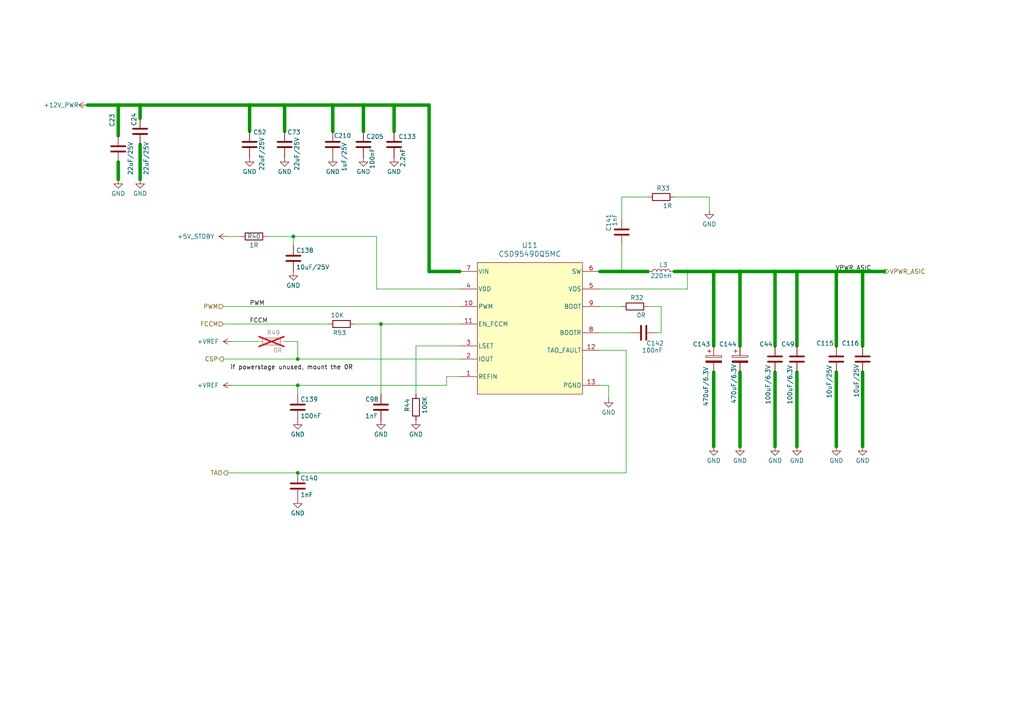
<source format=kicad_sch>
(kicad_sch (version 20231120) (generator "eeschema") (generator_version "8.0")
  (paper "A4")
  (lib_symbols
    (symbol "Device:C" (pin_numbers hide) (pin_names (offset 0.254))
      (property "Reference" "C" (at 0.635 2.54 0))
      (property "Value" "C" (at 0.635 -2.54 0))
      (symbol "C_0_1"
        (polyline (pts (xy -2.032 -0.762) (xy 2.032 -0.762)) (stroke (width 0.508)))
        (polyline (pts (xy -2.032 0.762) (xy 2.032 0.762)) (stroke (width 0.508)))
      )
      (symbol "C_1_1"
        (pin passive line (at 0 3.81 270) (length 2.794) (name "~") (number "1"))
        (pin passive line (at 0 -3.81 90) (length 2.794) (name "~") (number "2"))
      )
    )
    (symbol "Device:C_Polarized" (pin_numbers hide) (pin_names (offset 0.254))
      (property "Reference" "C" (at 0.635 2.54 0))
      (property "Value" "C_Polarized" (at 0.635 -2.54 0))
      (symbol "C_Polarized_0_1"
        (rectangle (start -2.286 0.508) (end 2.286 1.016))
        (polyline (pts (xy -1.778 2.286) (xy -0.762 2.286)))
        (polyline (pts (xy -1.27 2.794) (xy -1.27 1.778)))
        (rectangle (start 2.286 -0.508) (end -2.286 -1.016) (fill (type outline)))
      )
      (symbol "C_Polarized_1_1"
        (pin passive line (at 0 3.81 270) (length 2.794) (name "~") (number "1"))
        (pin passive line (at 0 -3.81 90) (length 2.794) (name "~") (number "2"))
      )
    )
    (symbol "Device:L" (pin_numbers hide) (pin_names (offset 1.016) hide)
      (property "Reference" "L" (at -1.27 0 90))
      (property "Value" "L" (at 1.905 0 90))
      (symbol "L_0_1"
        (arc (start 0 -2.54) (mid 0.6323 -1.905) (end 0 -1.27))
        (arc (start 0 -1.27) (mid 0.6323 -0.635) (end 0 0))
        (arc (start 0 0) (mid 0.6323 0.635) (end 0 1.27))
        (arc (start 0 1.27) (mid 0.6323 1.905) (end 0 2.54))
      )
      (symbol "L_1_1"
        (pin passive line (at 0 3.81 270) (length 1.27) (name "1") (number "1"))
        (pin passive line (at 0 -3.81 90) (length 1.27) (name "2") (number "2"))
      )
    )
    (symbol "Device:R" (pin_numbers hide) (pin_names (offset 0))
      (property "Reference" "R" (at 2.032 0 90))
      (property "Value" "R" (at 0 0 90))
      (symbol "R_0_1"
        (rectangle (start -1.016 -2.54) (end 1.016 2.54) (stroke (width 0.254)))
      )
      (symbol "R_1_1"
        (pin passive line (at 0 3.81 270) (length 1.27) (name "~") (number "1"))
        (pin passive line (at 0 -3.81 90) (length 1.27) (name "~") (number "2"))
      )
    )
    (symbol "EKO_Miner:CSD95490Q5MC" (pin_names (offset 0.254))
      (property "Reference" "U" (at -6.096 24.638 0))
      (property "Value" "CSD95490Q5MC" (at -6.096 22.098 0))
      (symbol "CSD95490Q5MC_0_1"
        (pin input line (at -20.32 -15.24 0) (length 5.08) (name "REFIN") (number "1"))
        (pin input line (at -20.32 5.08 0) (length 5.08) (name "PWM") (number "10"))
        (pin input line (at -20.32 0 0) (length 5.08) (name "EN_FCCM") (number "11"))
        (pin output line (at 20.32 -7.62 180) (length 5.08) (name "TAO_FAULT") (number "12"))
        (pin power_in line (at 20.32 -17.78 180) (length 5.08) (name "PGND") (number "13"))
        (pin output line (at -20.32 -10.16 0) (length 5.08) (name "IOUT") (number "2"))
        (pin input line (at -20.32 -6.35 0) (length 5.08) (name "LSET") (number "3"))
        (pin power_in line (at -20.32 10.16 0) (length 5.08) (name "VDD") (number "4"))
        (pin power_in line (at 20.32 10.16 180) (length 5.08) (name "VOS") (number "5"))
        (pin power_in line (at 20.32 15.24 180) (length 5.08) (name "SW") (number "6"))
        (pin power_in line (at -20.32 15.24 0) (length 5.08) (name "VIN") (number "7"))
        (pin unspecified line (at 20.32 -2.54 180) (length 5.08) (name "BOOTR") (number "8"))
        (pin unspecified line (at 20.32 5.08 180) (length 5.08) (name "BOOT") (number "9"))
      )
      (symbol "CSD95490Q5MC_1_1"
        (rectangle (start -15.24 17.78) (end 15.24 -20.32) (fill (type background)))
      )
    )
    (symbol "mylib7:+VRef" (power) (pin_names (offset 0))
      (property "Value" "+VRef" (at 0 3.556 0))
      (symbol "+VRef_0_1"
        (polyline (pts (xy -0.762 1.27) (xy 0 2.54)))
        (polyline (pts (xy 0 0) (xy 0 2.54)))
        (polyline (pts (xy 0 2.54) (xy 0.762 1.27)))
      )
      (symbol "+VRef_1_1"
        (pin power_in line (at 0 0 90) (length 0) hide (name "+VRef") (number "1"))
      )
    )
    (symbol "power:+3.3V" (power) (pin_names (offset 0))
      (property "Value" "+3.3V" (at 0 3.556 0))
      (symbol "+3.3V_0_1"
        (polyline (pts (xy -0.762 1.27) (xy 0 2.54)))
        (polyline (pts (xy 0 0) (xy 0 2.54)))
        (polyline (pts (xy 0 2.54) (xy 0.762 1.27)))
      )
      (symbol "+3.3V_1_1"
        (pin power_in line (at 0 0 90) (length 0) hide (name "+3.3V") (number "1"))
      )
    )
    (symbol "power:GND" (power) (pin_numbers hide) (pin_names (offset 0) hide)
      (property "Value" "GND" (at 0 -3.81 0))
      (symbol "GND_0_1"
        (polyline (pts (xy 0 0) (xy 0 -1.27) (xy 1.27 -1.27) (xy 0 -2.54) (xy -1.27 -1.27) (xy 0 -1.27)))
      )
      (symbol "GND_1_1"
        (pin power_in line (at 0 0 270) (length 0) (name "~") (number "1"))
      )
    )
  )
  (junction (at 72.39 30.48))
  (junction (at 105.41 30.48))
  (junction (at 96.52 30.48))
  (junction (at 250.19 78.74))
  (junction (at 110.49 93.98))
  (junction (at 86.36 137.16))
  (junction (at 86.36 111.76))
  (junction (at 86.36 104.14))
  (junction (at 34.29 30.48))
  (junction (at 224.79 78.74))
  (junction (at 40.64 30.48))
  (junction (at 231.14 78.74))
  (junction (at 199.39 78.74))
  (junction (at 242.57 78.74))
  (junction (at 114.3 30.48))
  (junction (at 85.09 68.58))
  (junction (at 214.63 78.74))
  (junction (at 180.34 78.74))
  (junction (at 207.01 78.74))
  (junction (at 82.55 30.48))
  (wire (pts (xy 34.29 30.48) (xy 34.29 39.37)) (stroke (width 1)))
  (wire (pts (xy 195.58 78.74) (xy 199.39 78.74)) (stroke (width 1)))
  (wire (pts (xy 231.14 107.95) (xy 231.14 129.54)) (stroke (width 1)))
  (wire (pts (xy 72.39 38.1) (xy 72.39 30.48)) (stroke (width 1)))
  (wire (pts (xy 207.01 78.74) (xy 214.63 78.74)) (stroke (width 1)))
  (wire (pts (xy 85.09 68.58) (xy 85.09 71.12)))
  (wire (pts (xy 242.57 107.95) (xy 242.57 129.54)) (stroke (width 1)))
  (wire (pts (xy 114.3 30.48) (xy 124.46 30.48)) (stroke (width 1)))
  (wire (pts (xy 173.99 111.76) (xy 176.53 111.76)))
  (wire (pts (xy 66.04 137.16) (xy 86.36 137.16)))
  (wire (pts (xy 96.52 30.48) (xy 105.41 30.48)))
  (wire (pts (xy 129.54 109.22) (xy 133.35 109.22)))
  (wire (pts (xy 231.14 78.74) (xy 231.14 100.33)) (stroke (width 1)))
  (wire (pts (xy 250.19 78.74) (xy 256.54 78.74)) (stroke (width 1)))
  (wire (pts (xy 180.34 71.12) (xy 180.34 78.74)))
  (wire (pts (xy 64.77 104.14) (xy 86.36 104.14)))
  (wire (pts (xy 82.55 99.06) (xy 86.36 99.06)))
  (wire (pts (xy 114.3 38.1) (xy 114.3 30.48)) (stroke (width 1)))
  (wire (pts (xy 109.22 83.82) (xy 133.35 83.82)))
  (wire (pts (xy 191.77 88.9) (xy 191.77 96.52)))
  (wire (pts (xy 207.01 107.95) (xy 207.01 129.54)) (stroke (width 1)))
  (wire (pts (xy 82.55 38.1) (xy 82.55 30.48)) (stroke (width 1)))
  (wire (pts (xy 109.22 68.58) (xy 109.22 83.82)))
  (wire (pts (xy 34.29 30.48) (xy 40.64 30.48)) (stroke (width 1)))
  (wire (pts (xy 67.31 99.06) (xy 74.93 99.06)))
  (wire (pts (xy 180.34 78.74) (xy 187.96 78.74)) (stroke (width 1)))
  (wire (pts (xy 66.04 68.58) (xy 69.85 68.58)))
  (wire (pts (xy 120.65 100.33) (xy 133.35 100.33)))
  (wire (pts (xy 190.5 96.52) (xy 191.77 96.52)))
  (wire (pts (xy 180.34 57.15) (xy 187.96 57.15)))
  (wire (pts (xy 40.64 30.48) (xy 40.64 34.29)) (stroke (width 1)))
  (wire (pts (xy 67.31 111.76) (xy 86.36 111.76)))
  (wire (pts (xy 181.61 101.6) (xy 181.61 137.16)))
  (wire (pts (xy 86.36 137.16) (xy 181.61 137.16)))
  (wire (pts (xy 102.87 93.98) (xy 110.49 93.98)))
  (wire (pts (xy 205.74 57.15) (xy 205.74 60.96)))
  (wire (pts (xy 64.77 93.98) (xy 95.25 93.98)))
  (wire (pts (xy 77.47 68.58) (xy 85.09 68.58)))
  (wire (pts (xy 224.79 78.74) (xy 224.79 100.33)) (stroke (width 1)))
  (wire (pts (xy 242.57 78.74) (xy 242.57 100.33)) (stroke (width 1)))
  (wire (pts (xy 86.36 99.06) (xy 86.36 104.14)))
  (wire (pts (xy 199.39 83.82) (xy 199.39 78.74)))
  (wire (pts (xy 110.49 93.98) (xy 133.35 93.98)))
  (wire (pts (xy 124.46 30.48) (xy 124.46 78.74)) (stroke (width 1)))
  (wire (pts (xy 224.79 107.95) (xy 224.79 129.54)) (stroke (width 1)))
  (wire (pts (xy 40.64 30.48) (xy 72.39 30.48)) (stroke (width 1)))
  (wire (pts (xy 34.29 46.99) (xy 34.29 52.07)) (stroke (width 1)))
  (wire (pts (xy 82.55 30.48) (xy 96.52 30.48)) (stroke (width 1)))
  (wire (pts (xy 199.39 78.74) (xy 207.01 78.74)) (stroke (width 1)))
  (wire (pts (xy 72.39 30.48) (xy 82.55 30.48)) (stroke (width 1)))
  (wire (pts (xy 96.52 30.48) (xy 105.41 30.48)) (stroke (width 1)))
  (wire (pts (xy 173.99 96.52) (xy 182.88 96.52)))
  (wire (pts (xy 72.39 30.48) (xy 74.93 30.48)))
  (wire (pts (xy 110.49 93.98) (xy 110.49 114.3)))
  (wire (pts (xy 86.36 111.76) (xy 129.54 111.76)))
  (wire (pts (xy 250.19 78.74) (xy 250.19 100.33)) (stroke (width 1)))
  (wire (pts (xy 64.77 88.9) (xy 133.35 88.9)))
  (wire (pts (xy 195.58 57.15) (xy 205.74 57.15)))
  (wire (pts (xy 250.19 107.95) (xy 250.19 129.54)) (stroke (width 1)))
  (wire (pts (xy 224.79 78.74) (xy 231.14 78.74)) (stroke (width 1)))
  (wire (pts (xy 25.4 30.48) (xy 34.29 30.48)) (stroke (width 1)))
  (wire (pts (xy 173.99 101.6) (xy 181.61 101.6)))
  (wire (pts (xy 86.36 104.14) (xy 133.35 104.14)))
  (wire (pts (xy 105.41 30.48) (xy 114.3 30.48)) (stroke (width 1)))
  (wire (pts (xy 176.53 111.76) (xy 176.53 115.57)))
  (wire (pts (xy 214.63 78.74) (xy 224.79 78.74)) (stroke (width 1)))
  (wire (pts (xy 105.41 38.1) (xy 105.41 30.48)) (stroke (width 1)))
  (wire (pts (xy 180.34 63.5) (xy 180.34 57.15)))
  (wire (pts (xy 124.46 78.74) (xy 133.35 78.74)) (stroke (width 1)))
  (wire (pts (xy 173.99 78.74) (xy 180.34 78.74)) (stroke (width 1)))
  (wire (pts (xy 173.99 88.9) (xy 180.34 88.9)))
  (wire (pts (xy 231.14 78.74) (xy 242.57 78.74)) (stroke (width 1)))
  (wire (pts (xy 242.57 78.74) (xy 250.19 78.74)) (stroke (width 1)))
  (wire (pts (xy 214.63 107.95) (xy 214.63 129.54)) (stroke (width 1)))
  (wire (pts (xy 86.36 111.76) (xy 86.36 114.3)))
  (wire (pts (xy 187.96 88.9) (xy 191.77 88.9)))
  (wire (pts (xy 173.99 83.82) (xy 199.39 83.82)))
  (wire (pts (xy 96.52 38.1) (xy 96.52 30.48)) (stroke (width 1)))
  (wire (pts (xy 120.65 114.3) (xy 120.65 100.33)))
  (wire (pts (xy 40.64 41.91) (xy 40.64 52.07)) (stroke (width 1)))
  (wire (pts (xy 129.54 111.76) (xy 129.54 109.22)))
  (wire (pts (xy 207.01 78.74) (xy 207.01 100.33)) (stroke (width 1)))
  (wire (pts (xy 85.09 68.58) (xy 109.22 68.58)))
  (wire (pts (xy 214.63 78.74) (xy 214.63 100.33)) (stroke (width 1)))
  (wire (pts (xy 85.09 30.48) (xy 82.55 30.48)))
  (text "if powerstage unused, mount the 0R" (at 84.582 106.68 0) (effects (font (size 1.27 1.27))))
  (label "PWM" (at 72.39 88.9 0))
  (label "FCCM" (at 72.39 93.98 0))
  (label "VPWR_ASIC" (at 252.73 78.74 180))
  (hierarchical_label "CSP" (shape output) (at 64.77 104.14 180))
  (hierarchical_label "VPWR_ASIC" (shape output) (at 256.54 78.74 0))
  (hierarchical_label "TAO" (shape output) (at 66.04 137.16 180))
  (hierarchical_label "FCCM" (shape input) (at 64.77 93.98 180))
  (hierarchical_label "PWM" (shape input) (at 64.77 88.9 180))
  (symbol (lib_id "power:GND") (at 214.63 129.54 0) (unit 1)
    (property "Reference" "#PWR0176" (effects (hide yes)))
    (property "Value" "GND" (at 214.63 133.604 0))
    (property "Description" "Power symbol creates a global label with name \"GND\" , ground" (effects (hide yes)))
    (instances (project "EKO_Miner_BM1366-13xx_16-01B" (path "" (reference "#PWR0176") (unit 1)) (path "" (reference "#PWR0193") (unit 1)) (path "" (reference "#PWR0142") (unit 1)) (path "" (reference "#PWR0210") (unit 1)) (path "" (reference "#PWR0159") (unit 1))))
  )
  (symbol (lib_id "power:GND") (at 82.55 45.72 0) (unit 1)
    (property "Reference" "#PWR0229" (effects (hide yes)))
    (property "Value" "GND" (at 82.55 49.784 0))
    (property "Description" "Power symbol creates a global label with name \"GND\" , ground" (effects (hide yes)))
    (instances (project "EKO_Miner_PowerBoard-53667" (path "" (reference "#PWR0229") (unit 1)) (path "" (reference "#PWR0230") (unit 1)) (path "" (reference "#PWR0227") (unit 1)) (path "" (reference "#PWR0231") (unit 1)) (path "" (reference "#PWR0228") (unit 1))))
  )
  (symbol (lib_id "Device:C") (at 224.79 104.14 0) (unit 1)
    (property "Reference" "C37" (at 220.218 99.822 0) (effects (justify left)))
    (property "Value" "100uF/6.3V" (at 222.758 117.348 90) (effects (justify left)))
    (property "Footprint" "Capacitor_SMD:C_1206_3216Metric" (effects (hide yes)))
    (property "Description" "MLCC - CMS 963-MSASA31LAB5107MT RPLCMT PN 4V 100uF X5R 1206 20%" (effects (hide yes)))
    (property "P/N MOUSER" "187-CL31A107MQHNNWE" (effects (hide yes)))
    (instances (project "EKO_Miner_PowerBoard-53667" (path "" (reference "C44") (unit 1)) (path "" (reference "C45") (unit 1)) (path "" (reference "C37") (unit 1)) (path "" (reference "C46") (unit 1)) (path "" (reference "C43") (unit 1))))
  )
  (symbol (lib_id "power:GND") (at 34.29 52.07 0) (unit 1)
    (property "Reference" "#PWR0212" (effects (hide yes)))
    (property "Value" "GND" (at 34.29 56.134 0))
    (property "Description" "Power symbol creates a global label with name \"GND\" , ground" (effects (hide yes)))
    (instances (project "EKO_Miner_PowerBoard-53667" (path "" (reference "#PWR0212") (unit 1)) (path "" (reference "#PWR0213") (unit 1)) (path "" (reference "#PWR0203") (unit 1)) (path "" (reference "#PWR0214") (unit 1)) (path "" (reference "#PWR0211") (unit 1))))
  )
  (symbol (lib_id "Device:C") (at 72.39 41.91 0) (unit 1)
    (property "Reference" "C52" (at 73.406 38.354 0) (effects (justify left)))
    (property "Value" "22uF/25V" (at 75.946 49.53 90) (effects (justify left)))
    (property "Footprint" "Capacitor_SMD:C_1210_3225Metric" (effects (hide yes)))
    (property "DK" "GRM32ER61E226KE15L" (effects (hide yes)))
    (property "P/N MOUSER" "81-GRM32ER61E226KE15" (effects (hide yes)))
    (instances (project "EKO_Miner_PowerBoard-53667" (path "" (reference "C52") (unit 1)) (path "" (reference "C54") (unit 1)) (path "" (reference "C1") (unit 1)) (path "" (reference "C57") (unit 1)) (path "" (reference "C2") (unit 1))))
  )
  (symbol (lib_id "Device:R") (at 73.66 68.58 90) (mirror x) (unit 1)
    (property "Reference" "R40" (at 73.66 68.58 90))
    (property "Value" "1R" (at 73.66 71.12 90))
    (property "Footprint" "Resistor_SMD:R_0805_2012Metric" (effects (hide yes)))
    (property "Description" "Resistor" (effects (hide yes)))
    (property "P/N MOUSER" "791-WR08W1R00FTL" (effects (hide yes)))
    (instances (project "EKO_Miner_PowerBoard-53667" (path "" (reference "R40") (unit 1)) (path "" (reference "R41") (unit 1)) (path "" (reference "R38") (unit 1)) (path "" (reference "R42") (unit 1)) (path "" (reference "R39") (unit 1))))
  )
  (symbol (lib_id "power:GND") (at 72.39 45.72 0) (unit 1)
    (property "Reference" "#PWR0234" (effects (hide yes)))
    (property "Value" "GND" (at 72.39 49.784 0))
    (property "Description" "Power symbol creates a global label with name \"GND\" , ground" (effects (hide yes)))
    (instances (project "EKO_Miner_PowerBoard-53667" (path "" (reference "#PWR0234") (unit 1)) (path "" (reference "#PWR0235") (unit 1)) (path "" (reference "#PWR0232") (unit 1)) (path "" (reference "#PWR0236") (unit 1)) (path "" (reference "#PWR0233") (unit 1))))
  )
  (symbol (lib_id "power:GND") (at 40.64 52.07 0) (unit 1)
    (property "Reference" "#PWR0200" (effects (hide yes)))
    (property "Value" "GND" (at 40.64 56.134 0))
    (property "Description" "Power symbol creates a global label with name \"GND\" , ground" (effects (hide yes)))
    (instances (project "EKO_Miner_PowerBoard-53667" (path "" (reference "#PWR0200") (unit 1)) (path "" (reference "#PWR0201") (unit 1)) (path "" (reference "#PWR0198") (unit 1)) (path "" (reference "#PWR0202") (unit 1)) (path "" (reference "#PWR0199") (unit 1))))
  )
  (symbol (lib_id "Device:C") (at 82.55 41.91 0) (unit 1)
    (property "Reference" "C73" (at 83.312 38.354 0) (effects (justify left)))
    (property "Value" "22uF/25V" (at 86.106 49.53 90) (effects (justify left)))
    (property "Footprint" "Capacitor_SMD:C_1210_3225Metric" (effects (hide yes)))
    (property "DK" "GRM32ER61E226KE15L" (effects (hide yes)))
    (property "P/N MOUSER" "81-GRM32ER61E226KE15" (effects (hide yes)))
    (instances (project "EKO_Miner_PowerBoard-53667" (path "" (reference "C73") (unit 1)) (path "" (reference "C191") (unit 1)) (path "" (reference "C59") (unit 1)) (path "" (reference "C192") (unit 1)) (path "" (reference "C66") (unit 1))))
  )
  (symbol (lib_id "Device:C") (at 231.14 104.14 0) (unit 1)
    (property "Reference" "C47" (at 226.568 99.822 0) (effects (justify left)))
    (property "Value" "100uF/6.3V" (at 229.108 117.348 90) (effects (justify left)))
    (property "Footprint" "Capacitor_SMD:C_1206_3216Metric" (effects (hide yes)))
    (property "Description" "MLCC - CMS 963-MSASA31LAB5107MT RPLCMT PN 4V 100uF X5R 1206 20%" (effects (hide yes)))
    (property "P/N MOUSER" "187-CL31A107MQHNNWE" (effects (hide yes)))
    (instances (project "EKO_Miner_PowerBoard-53667" (path "" (reference "C49") (unit 1)) (path "" (reference "C51") (unit 1)) (path "" (reference "C47") (unit 1)) (path "" (reference "C78") (unit 1)) (path "" (reference "C48") (unit 1))))
  )
  (symbol (lib_id "Device:R") (at 99.06 93.98 90) (unit 1)
    (property "Reference" "R53" (at 96.52 96.52 90) (effects (justify right)))
    (property "Value" "10K" (at 95.885 91.44 90) (effects (justify right)))
    (property "Footprint" "Resistor_SMD:R_0805_2012Metric" (effects (hide yes)))
    (property "Description" "Resistor" (effects (hide yes)))
    (property "Distributor" "D" (effects (hide yes)))
    (instances (project "EKO_Miner_PowerBoard-53667" (path "" (reference "R53") (unit 1)) (path "" (reference "R54") (unit 1)) (path "" (reference "R18") (unit 1)) (path "" (reference "R55") (unit 1)) (path "" (reference "R52") (unit 1))))
  )
  (symbol (lib_id "mylib7:+VRef") (at 67.31 111.76 90) (unit 1)
    (property "Reference" "#PWR0262" (effects (hide yes)))
    (property "Value" "+VREF" (at 63.5 111.7599 90) (effects (justify left)))
    (property "Description" "Power symbol creates a global label with name \"+3.3V\"" (effects (hide yes)))
    (instances (project "EKO_Miner_PowerBoard-53667" (path "" (reference "#PWR0262") (unit 1)) (path "" (reference "#PWR0263") (unit 1)) (path "" (reference "#PWR0260") (unit 1)) (path "" (reference "#PWR0264") (unit 1)) (path "" (reference "#PWR0261") (unit 1))))
  )
  (symbol (lib_id "Device:C_Polarized") (at 214.63 104.14 0) (unit 1)
    (property "Reference" "C144" (at 208.534 99.822 0) (effects (justify left)))
    (property "Value" "470uF/6.3V" (at 212.852 117.094 90) (effects (justify left)))
    (property "Footprint" "Capacitor_Tantalum_SMD:CP_EIA-7343-31_Kemet-D_Pad2.25x2.55mm_HandSolder" (effects (hide yes)))
    (property "DK" "718-1028-1-ND" (effects (hide yes)))
    (property "PARTNO" "293D337X9010E2TE3" (effects (hide yes)))
    (property "P/N MOUSER" "581-TAJD477M006R" (effects (hide yes)))
    (instances (project "EKO_Miner_BM1366-13xx_16-01B" (path "" (reference "C144") (unit 1)) (path "" (reference "C161") (unit 1)) (path "" (reference "C110") (unit 1)) (path "" (reference "C178") (unit 1)) (path "" (reference "C127") (unit 1))))
  )
  (symbol (lib_id "power:GND") (at 86.36 144.78 0) (unit 1)
    (property "Reference" "#PWR0172" (effects (hide yes)))
    (property "Value" "GND" (at 86.36 148.844 0))
    (property "Description" "Power symbol creates a global label with name \"GND\" , ground" (effects (hide yes)))
    (instances (project "EKO_Miner_BM1366-13xx_16-01B" (path "" (reference "#PWR0172") (unit 1)) (path "" (reference "#PWR0189") (unit 1)) (path "" (reference "#PWR0138") (unit 1)) (path "" (reference "#PWR0206") (unit 1)) (path "" (reference "#PWR0155") (unit 1))))
  )
  (symbol (lib_id "power:GND") (at 207.01 129.54 0) (unit 1)
    (property "Reference" "#PWR0175" (effects (hide yes)))
    (property "Value" "GND" (at 207.01 133.604 0))
    (property "Description" "Power symbol creates a global label with name \"GND\" , ground" (effects (hide yes)))
    (instances (project "EKO_Miner_BM1366-13xx_16-01B" (path "" (reference "#PWR0175") (unit 1)) (path "" (reference "#PWR0192") (unit 1)) (path "" (reference "#PWR0141") (unit 1)) (path "" (reference "#PWR0209") (unit 1)) (path "" (reference "#PWR0158") (unit 1))))
  )
  (symbol (lib_id "power:GND") (at 110.49 121.92 0) (unit 1)
    (property "Reference" "#PWR0160" (effects (hide yes)))
    (property "Value" "GND" (at 110.49 125.984 0))
    (property "Description" "Power symbol creates a global label with name \"GND\" , ground" (effects (hide yes)))
    (instances (project "EKO_Miner_PowerBoard-53667" (path "" (reference "#PWR0160") (unit 1)) (path "" (reference "#PWR0161") (unit 1)) (path "" (reference "#PWR0151") (unit 1)) (path "" (reference "#PWR0162") (unit 1)) (path "" (reference "#PWR0152") (unit 1))))
  )
  (symbol (lib_id "Device:C") (at 40.64 38.1 0) (unit 1)
    (property "Reference" "C24" (at 38.862 36.576 90) (effects (justify left)))
    (property "Value" "22uF/25V" (at 42.418 50.8 90) (effects (justify left)))
    (property "Footprint" "Capacitor_SMD:C_1210_3225Metric" (effects (hide yes)))
    (property "DK" "GRM32ER61E226KE15L" (effects (hide yes)))
    (property "P/N MOUSER" "81-GRM32ER61E226KE15" (effects (hide yes)))
    (instances (project "EKO_Miner_PowerBoard-53667" (path "" (reference "C24") (unit 1)) (path "" (reference "C29") (unit 1)) (path "" (reference "C26") (unit 1)) (path "" (reference "C35") (unit 1)) (path "" (reference "C15") (unit 1))))
  )
  (symbol (lib_id "power:GND") (at 231.14 129.54 0) (unit 1)
    (property "Reference" "#PWR0143" (effects (hide yes)))
    (property "Value" "GND" (at 231.14 133.604 0))
    (property "Description" "Power symbol creates a global label with name \"GND\" , ground" (effects (hide yes)))
    (instances (project "EKO_Miner_PowerBoard-53667" (path "" (reference "#PWR0145") (unit 1)) (path "" (reference "#PWR0215") (unit 1)) (path "" (reference "#PWR0143") (unit 1)) (path "" (reference "#PWR0216") (unit 1)) (path "" (reference "#PWR0144") (unit 1))))
  )
  (symbol (lib_id "power:GND") (at 85.09 78.74 0) (unit 1)
    (property "Reference" "#PWR0170" (effects (hide yes)))
    (property "Value" "GND" (at 85.09 82.804 0))
    (property "Description" "Power symbol creates a global label with name \"GND\" , ground" (effects (hide yes)))
    (instances (project "EKO_Miner_BM1366-13xx_16-01B" (path "" (reference "#PWR0170") (unit 1)) (path "" (reference "#PWR0187") (unit 1)) (path "" (reference "#PWR0136") (unit 1)) (path "" (reference "#PWR0204") (unit 1)) (path "" (reference "#PWR0153") (unit 1))))
  )
  (symbol (lib_id "Device:C") (at 86.36 140.97 0) (unit 1)
    (property "Reference" "C140" (at 87.122 138.684 0) (effects (justify left)))
    (property "Value" "1nF" (at 87.122 143.51 0) (effects (justify left)))
    (property "Footprint" "Capacitor_SMD:C_0805_2012Metric" (effects (hide yes)))
    (property "P/N MOUSER" "603-CC805KRX7R0BB102" (effects (hide yes)))
    (instances (project "EKO_Miner_BM1366-13xx_16-01B" (path "" (reference "C140") (unit 1)) (path "" (reference "C157") (unit 1)) (path "" (reference "C106") (unit 1)) (path "" (reference "C174") (unit 1)) (path "" (reference "C123") (unit 1))))
  )
  (symbol (lib_id "Device:C") (at 186.69 96.52 270) (unit 1)
    (property "Reference" "C142" (at 187.452 99.568 90) (effects (justify left)))
    (property "Value" "100nF" (at 186.182 101.6 90) (effects (justify left)))
    (property "Footprint" "Capacitor_SMD:C_0805_2012Metric" (effects (hide yes)))
    (property "P/N MOUSER" "791-SH21B104K101CT" (effects (hide yes)))
    (instances (project "EKO_Miner_BM1366-13xx_16-01B" (path "" (reference "C142") (unit 1)) (path "" (reference "C159") (unit 1)) (path "" (reference "C108") (unit 1)) (path "" (reference "C176") (unit 1)) (path "" (reference "C125") (unit 1))))
  )
  (symbol (lib_id "Device:R") (at 191.77 57.15 270) (unit 1)
    (property "Reference" "R33" (at 194.31 54.61 90) (effects (justify right)))
    (property "Value" "1R" (at 194.945 59.69 90) (effects (justify right)))
    (property "Footprint" "Resistor_SMD:R_0805_2012Metric" (effects (hide yes)))
    (property "Description" "Resistor" (effects (hide yes)))
    (property "Distributor" "D" (effects (hide yes)))
    (property "P/N MOUSER" "791-WR08W1R00FTL" (effects (hide yes)))
    (instances (project "EKO_Miner_PowerBoard-53667" (path "" (reference "R33") (unit 1)) (path "" (reference "R35") (unit 1)) (path "" (reference "R29") (unit 1)) (path "" (reference "R37") (unit 1)) (path "" (reference "R31") (unit 1))))
  )
  (symbol (lib_id "Device:R") (at 184.15 88.9 270) (unit 1)
    (property "Reference" "R32" (at 186.69 86.36 90) (effects (justify right)))
    (property "Value" "0R" (at 187.325 91.44 90) (effects (justify right)))
    (property "Footprint" "Resistor_SMD:R_0805_2012Metric" (effects (hide yes)))
    (property "Description" "Resistor" (effects (hide yes)))
    (property "Distributor" "D" (effects (hide yes)))
    (property "P/N MOUSER" "71-CRCW08050000Z0ECC" (effects (hide yes)))
    (instances (project "EKO_Miner_PowerBoard-53667" (path "" (reference "R32") (unit 1)) (path "" (reference "R34") (unit 1)) (path "" (reference "R28") (unit 1)) (path "" (reference "R36") (unit 1)) (path "" (reference "R30") (unit 1))))
  )
  (symbol (lib_id "power:+3.3V") (at 25.4 30.48 90) (unit 1)
    (property "Reference" "#PWR0250" (effects (hide yes)))
    (property "Value" "+12V_PWR" (at 22.86 30.48 90) (effects (justify left)))
    (instances (project "EKO_Miner_PowerBoard-53667" (path "" (reference "#PWR0250") (unit 1)) (path "" (reference "#PWR0251") (unit 1)) (path "" (reference "#PWR0248") (unit 1)) (path "" (reference "#PWR0252") (unit 1)) (path "" (reference "#PWR0249") (unit 1))))
  )
  (symbol (lib_id "power:GND") (at 205.74 60.96 0) (unit 1)
    (property "Reference" "#PWR0174" (effects (hide yes)))
    (property "Value" "GND" (at 205.74 65.024 0))
    (property "Description" "Power symbol creates a global label with name \"GND\" , ground" (effects (hide yes)))
    (instances (project "EKO_Miner_PowerBoard-53667" (path "" (reference "#PWR0174") (unit 1)) (path "" (reference "#PWR0191") (unit 1)) (path "" (reference "#PWR0140") (unit 1)) (path "" (reference "#PWR0208") (unit 1)) (path "" (reference "#PWR0157") (unit 1))))
  )
  (symbol (lib_id "power:+3.3V") (at 66.04 68.58 90) (unit 1)
    (property "Reference" "#PWR0257" (effects (hide yes)))
    (property "Value" "+5V_STDBY" (at 62.23 68.5799 90) (effects (justify left)))
    (instances (project "EKO_Miner_PowerBoard-53667" (path "" (reference "#PWR0257") (unit 1)) (path "" (reference "#PWR0258") (unit 1)) (path "" (reference "#PWR0255") (unit 1)) (path "" (reference "#PWR0259") (unit 1)) (path "" (reference "#PWR0256") (unit 1))))
  )
  (symbol (lib_id "Device:C") (at 105.41 41.91 0) (unit 1)
    (property "Reference" "C205" (at 106.172 39.624 0) (effects (justify left)))
    (property "Value" "100nF" (at 107.95 49.022 90) (effects (justify left)))
    (property "Footprint" "Capacitor_SMD:C_0805_2012Metric" (effects (hide yes)))
    (property "P/N MOUSER" "791-SH21B104K101CT" (effects (hide yes)))
    (instances (project "EKO_Miner_PowerBoard-53667" (path "" (reference "C205") (unit 1)) (path "" (reference "C206") (unit 1)) (path "" (reference "C203") (unit 1)) (path "" (reference "C207") (unit 1)) (path "" (reference "C204") (unit 1))))
  )
  (symbol (lib_id "Device:C_Polarized") (at 207.01 104.14 0) (unit 1)
    (property "Reference" "C143" (at 200.914 99.822 0) (effects (justify left)))
    (property "Value" "470uF/6.3V" (at 204.724 117.856 90) (effects (justify left)))
    (property "Footprint" "Capacitor_Tantalum_SMD:CP_EIA-7343-31_Kemet-D_Pad2.25x2.55mm_HandSolder" (effects (hide yes)))
    (property "DK" "718-1028-1-ND" (effects (hide yes)))
    (property "PARTNO" "293D337X9010E2TE3" (effects (hide yes)))
    (property "P/N MOUSER" "581-TAJD477M006R" (effects (hide yes)))
    (instances (project "EKO_Miner_BM1366-13xx_16-01B" (path "" (reference "C143") (unit 1)) (path "" (reference "C160") (unit 1)) (path "" (reference "C109") (unit 1)) (path "" (reference "C177") (unit 1)) (path "" (reference "C126") (unit 1))))
  )
  (symbol (lib_id "Device:C") (at 85.09 74.93 0) (unit 1)
    (property "Reference" "C138" (at 85.852 72.644 0) (effects (justify left)))
    (property "Value" "10uF/25V" (at 85.852 77.47 0) (effects (justify left)))
    (property "Footprint" "Capacitor_SMD:C_0805_2012Metric" (effects (hide yes)))
    (property "P/N MOUSER" "963-TMK212BBJ106MG-T" (effects (hide yes)))
    (instances (project "EKO_Miner_BM1366-13xx_16-01B" (path "" (reference "C138") (unit 1)) (path "" (reference "C155") (unit 1)) (path "" (reference "C104") (unit 1)) (path "" (reference "C172") (unit 1)) (path "" (reference "C121") (unit 1))))
  )
  (symbol (lib_id "Device:C") (at 180.34 67.31 0) (mirror x) (unit 1)
    (property "Reference" "C141" (at 176.53 61.976 90) (effects (justify left)))
    (property "Value" "1nF" (at 178.308 61.976 90) (effects (justify left)))
    (property "Footprint" "Capacitor_SMD:C_0805_2012Metric" (effects (hide yes)))
    (property "P/N MOUSER" "603-CC805KRX7R0BB102" (effects (hide yes)))
    (instances (project "EKO_Miner_PowerBoard-53667" (path "" (reference "C141") (unit 1)) (path "" (reference "C158") (unit 1)) (path "" (reference "C107") (unit 1)) (path "" (reference "C175") (unit 1)) (path "" (reference "C124") (unit 1))))
  )
  (symbol (lib_id "Device:C") (at 242.57 104.14 0) (unit 1)
    (property "Reference" "C115" (at 236.728 99.568 0) (effects (justify left)))
    (property "Value" "10uF/25V" (at 240.538 115.57 90) (effects (justify left)))
    (property "Footprint" "Capacitor_SMD:C_0805_2012Metric" (effects (hide yes)))
    (property "P/N MOUSER" "963-TMK212BBJ106MG-T" (effects (hide yes)))
    (instances (project "EKO_Miner_PowerBoard-53667" (path "" (reference "C115") (unit 1)) (path "" (reference "C117") (unit 1)) (path "" (reference "C111") (unit 1)) (path "" (reference "C119") (unit 1)) (path "" (reference "C113") (unit 1))))
  )
  (symbol (lib_id "Device:C") (at 86.36 118.11 0) (unit 1)
    (property "Reference" "C139" (at 87.122 115.824 0) (effects (justify left)))
    (property "Value" "100nF" (at 87.122 120.65 0) (effects (justify left)))
    (property "Footprint" "Capacitor_SMD:C_0805_2012Metric" (effects (hide yes)))
    (property "P/N MOUSER" "791-SH21B104K101CT" (effects (hide yes)))
    (instances (project "EKO_Miner_BM1366-13xx_16-01B" (path "" (reference "C139") (unit 1)) (path "" (reference "C156") (unit 1)) (path "" (reference "C105") (unit 1)) (path "" (reference "C173") (unit 1)) (path "" (reference "C122") (unit 1))))
  )
  (symbol (lib_id "power:GND") (at 86.36 121.92 0) (unit 1)
    (property "Reference" "#PWR0171" (effects (hide yes)))
    (property "Value" "GND" (at 86.36 125.984 0))
    (property "Description" "Power symbol creates a global label with name \"GND\" , ground" (effects (hide yes)))
    (instances (project "EKO_Miner_BM1366-13xx_16-01B" (path "" (reference "#PWR0171") (unit 1)) (path "" (reference "#PWR0188") (unit 1)) (path "" (reference "#PWR0137") (unit 1)) (path "" (reference "#PWR0205") (unit 1)) (path "" (reference "#PWR0154") (unit 1))))
  )
  (symbol (lib_id "Device:C") (at 96.52 41.91 0) (unit 1)
    (property "Reference" "C210" (at 96.774 39.37 0) (effects (justify left)))
    (property "Value" "1uF/25V" (at 99.822 49.784 90) (effects (justify left)))
    (property "Footprint" "Capacitor_SMD:C_0805_2012Metric" (effects (hide yes)))
    (property "Description" "MLCC - CMS 25V 1uF X5R 0805 10 %" (effects (hide yes)))
    (property "PARTNO" "963-TMK212BJ105KG-T" (effects (hide yes)))
    (property "P/N MOUSER" "187-CL21B105KAFNNNE" (effects (hide yes)))
    (instances (project "EKO_Miner_PowerBoard-53667" (path "" (reference "C210") (unit 1)) (path "" (reference "C211") (unit 1)) (path "" (reference "C208") (unit 1)) (path "" (reference "C212") (unit 1)) (path "" (reference "C209") (unit 1))))
  )
  (symbol (lib_id "Device:R") (at 120.65 118.11 0) (unit 1)
    (property "Reference" "R44" (at 118.11 115.57 90) (effects (justify right)))
    (property "Value" "100K" (at 123.19 114.935 90) (effects (justify right)))
    (property "Footprint" "Resistor_SMD:R_0805_2012Metric" (effects (hide yes)))
    (property "Description" "Resistor" (effects (hide yes)))
    (property "Distributor" "D" (effects (hide yes)))
    (property "P/N MOUSER" "279-CRG0805F100K " (effects (hide yes)))
    (instances (project "EKO_Miner_PowerBoard-53667" (path "" (reference "R44") (unit 1)) (path "" (reference "R45") (unit 1)) (path "" (reference "R13") (unit 1)) (path "" (reference "R46") (unit 1)) (path "" (reference "R43") (unit 1))))
  )
  (symbol (lib_id "Device:C") (at 110.49 118.11 0) (mirror x) (unit 1)
    (property "Reference" "C98" (at 105.918 115.824 0) (effects (justify left)))
    (property "Value" "1nF" (at 105.918 120.65 0) (effects (justify left)))
    (property "Footprint" "Capacitor_SMD:C_0805_2012Metric" (effects (hide yes)))
    (property "P/N MOUSER" "603-CC805KRX7R0BB102" (effects (hide yes)))
    (instances (project "EKO_Miner_PowerBoard-53667" (path "" (reference "C98") (unit 1)) (path "" (reference "C100") (unit 1)) (path "" (reference "C95") (unit 1)) (path "" (reference "C102") (unit 1)) (path "" (reference "C97") (unit 1))))
  )
  (symbol (lib_id "Device:C") (at 250.19 104.14 0) (unit 1)
    (property "Reference" "C116" (at 244.094 99.568 0) (effects (justify left)))
    (property "Value" "10uF/25V" (at 248.412 115.316 90) (effects (justify left)))
    (property "Footprint" "Capacitor_SMD:C_0805_2012Metric" (effects (hide yes)))
    (property "P/N MOUSER" "963-TMK212BBJ106MG-T" (effects (hide yes)))
    (instances (project "EKO_Miner_PowerBoard-53667" (path "" (reference "C116") (unit 1)) (path "" (reference "C118") (unit 1)) (path "" (reference "C112") (unit 1)) (path "" (reference "C120") (unit 1)) (path "" (reference "C114") (unit 1))))
  )
  (symbol (lib_id "power:GND") (at 242.57 129.54 0) (unit 1)
    (property "Reference" "#PWR0179" (effects (hide yes)))
    (property "Value" "GND" (at 242.57 133.604 0))
    (property "Description" "Power symbol creates a global label with name \"GND\" , ground" (effects (hide yes)))
    (instances (project "EKO_Miner_PowerBoard-53667" (path "" (reference "#PWR0179") (unit 1)) (path "" (reference "#PWR0181") (unit 1)) (path "" (reference "#PWR0168") (unit 1)) (path "" (reference "#PWR0183") (unit 1)) (path "" (reference "#PWR0177") (unit 1))))
  )
  (symbol (lib_id "power:GND") (at 224.79 129.54 0) (unit 1)
    (property "Reference" "#PWR069" (effects (hide yes)))
    (property "Value" "GND" (at 224.79 133.604 0))
    (property "Description" "Power symbol creates a global label with name \"GND\" , ground" (effects (hide yes)))
    (instances (project "EKO_Miner_PowerBoard-53667" (path "" (reference "#PWR090") (unit 1)) (path "" (reference "#PWR091") (unit 1)) (path "" (reference "#PWR069") (unit 1)) (path "" (reference "#PWR0121") (unit 1)) (path "" (reference "#PWR084") (unit 1))))
  )
  (symbol (lib_id "mylib7:+VRef") (at 67.31 99.06 90) (unit 1)
    (property "Reference" "#PWR0165" (effects (hide yes)))
    (property "Value" "+VREF" (at 63.5 99.0599 90) (effects (justify left)))
    (property "Description" "Power symbol creates a global label with name \"+3.3V\"" (effects (hide yes)))
    (instances (project "EKO_Miner_PowerBoard-53667" (path "" (reference "#PWR0165") (unit 1)) (path "" (reference "#PWR0166") (unit 1)) (path "" (reference "#PWR0163") (unit 1)) (path "" (reference "#PWR0167") (unit 1)) (path "" (reference "#PWR0164") (unit 1))))
  )
  (symbol (lib_id "power:GND") (at 176.53 115.57 0) (unit 1)
    (property "Reference" "#PWR0173" (effects (hide yes)))
    (property "Value" "GND" (at 176.53 119.634 0))
    (property "Description" "Power symbol creates a global label with name \"GND\" , ground" (effects (hide yes)))
    (instances (project "EKO_Miner_BM1366-13xx_16-01B" (path "" (reference "#PWR0173") (unit 1)) (path "" (reference "#PWR0190") (unit 1)) (path "" (reference "#PWR0139") (unit 1)) (path "" (reference "#PWR0207") (unit 1)) (path "" (reference "#PWR0156") (unit 1))))
  )
  (symbol (lib_id "EKO_Miner:CSD95490Q5MC") (at 153.67 93.98 0) (unit 1)
    (property "Reference" "U11" (at 153.67 71.12 0) (effects (font (size 1.524 1.524))))
    (property "Value" "CSD95490Q5MC" (at 153.67 73.66 0) (effects (font (size 1.524 1.524))))
    (property "Footprint" "EKO_Miner_ASIClib:CSD95490Q5MC" (effects (hide yes)))
    (property "Datasheet" "CSD95490Q5MC" (effects (hide yes)))
    (property "P/N MOUSER" "595-CSD95490Q5MC" (effects (hide yes)))
    (instances (project "" (path "" (reference "U11") (unit 1)) (path "" (reference "U12") (unit 1)) (path "" (reference "U9") (unit 1)) (path "" (reference "U13") (unit 1)) (path "" (reference "U10") (unit 1))))
  )
  (symbol (lib_id "Device:C") (at 114.3 41.91 0) (unit 1)
    (property "Reference" "C133" (at 115.57 39.624 0) (effects (justify left)))
    (property "Value" "2.2nF" (at 116.84 48.514 90) (effects (justify left)))
    (property "Footprint" "Capacitor_SMD:C_0805_2012Metric" (effects (hide yes)))
    (property "P/N MOUSER" "791-0805B222K160CT" (effects (hide yes)))
    (instances (project "EKO_Miner_PowerBoard-53667" (path "" (reference "C133") (unit 1)) (path "" (reference "C134") (unit 1)) (path "" (reference "C42") (unit 1)) (path "" (reference "C135") (unit 1)) (path "" (reference "C132") (unit 1))))
  )
  (symbol (lib_id "power:GND") (at 105.41 45.72 0) (unit 1)
    (property "Reference" "#PWR0239" (effects (hide yes)))
    (property "Value" "GND" (at 105.41 49.784 0))
    (property "Description" "Power symbol creates a global label with name \"GND\" , ground" (effects (hide yes)))
    (instances (project "EKO_Miner_PowerBoard-53667" (path "" (reference "#PWR0239") (unit 1)) (path "" (reference "#PWR0240") (unit 1)) (path "" (reference "#PWR0237") (unit 1)) (path "" (reference "#PWR0241") (unit 1)) (path "" (reference "#PWR0238") (unit 1))))
  )
  (symbol (lib_id "Device:L") (at 191.77 78.74 90) (unit 1)
    (property "Reference" "L3" (at 192.405 76.835 90))
    (property "Value" "220nH" (at 191.77 80.01 90))
    (property "Footprint" "EKO_Miner_ASIClib:INDM1031X765N" (effects (hide yes)))
    (property "P/N MOUSER" "504-FP1008R5-R220-R" (effects (hide yes)))
    (property "Height" "5.1mm" (effects (hide yes)))
    (instances (project "EKO_Miner_PowerBoard-53667" (path "" (reference "L3") (unit 1)) (path "" (reference "L4") (unit 1)) (path "" (reference "L1") (unit 1)) (path "" (reference "L5") (unit 1)) (path "" (reference "L2") (unit 1))))
  )
  (symbol (lib_id "Device:R") (at 78.74 99.06 270) (unit 1) (dnp yes)
    (property "Reference" "R49" (at 81.28 96.52 90) (effects (justify right)))
    (property "Value" "0R" (at 81.915 101.6 90) (effects (justify right)))
    (property "Footprint" "Resistor_SMD:R_0805_2012Metric" (effects (hide yes)))
    (property "Description" "Resistor" (effects (hide yes)))
    (property "Distributor" "D" (effects (hide yes)))
    (property "P/N MOUSER" "71-CRCW08050000Z0ECC" (effects (hide yes)))
    (instances (project "EKO_Miner_PowerBoard-53667" (path "" (reference "R49") (unit 1)) (path "" (reference "R50") (unit 1)) (path "" (reference "R47") (unit 1)) (path "" (reference "R51") (unit 1)) (path "" (reference "R48") (unit 1))))
  )
  (symbol (lib_id "Device:C") (at 34.29 43.18 0) (unit 1)
    (property "Reference" "C23" (at 32.512 36.83 90) (effects (justify left)))
    (property "Value" "22uF/25V" (at 37.846 50.8 90) (effects (justify left)))
    (property "Footprint" "Capacitor_SMD:C_1210_3225Metric" (effects (hide yes)))
    (property "DK" "GRM32ER61E226KE15L" (effects (hide yes)))
    (property "P/N MOUSER" "81-GRM32ER61E226KE15" (effects (hide yes)))
    (instances (project "EKO_Miner_PowerBoard-53667" (path "" (reference "C23") (unit 1)) (path "" (reference "C28") (unit 1)) (path "" (reference "C25") (unit 1)) (path "" (reference "C34") (unit 1)) (path "" (reference "C80") (unit 1))))
  )
  (symbol (lib_id "power:GND") (at 120.65 121.92 0) (unit 1)
    (property "Reference" "#PWR0148" (effects (hide yes)))
    (property "Value" "GND" (at 120.65 125.984 0))
    (property "Description" "Power symbol creates a global label with name \"GND\" , ground" (effects (hide yes)))
    (instances (project "EKO_Miner_PowerBoard-53667" (path "" (reference "#PWR0148") (unit 1)) (path "" (reference "#PWR0149") (unit 1)) (path "" (reference "#PWR0146") (unit 1)) (path "" (reference "#PWR0150") (unit 1)) (path "" (reference "#PWR0147") (unit 1))))
  )
  (symbol (lib_id "power:GND") (at 114.3 45.72 0) (unit 1)
    (property "Reference" "#PWR0194" (effects (hide yes)))
    (property "Value" "GND" (at 114.3 49.784 0))
    (property "Description" "Power symbol creates a global label with name \"GND\" , ground" (effects (hide yes)))
    (instances (project "EKO_Miner_PowerBoard-53667" (path "" (reference "#PWR0194") (unit 1)) (path "" (reference "#PWR0195") (unit 1)) (path "" (reference "#PWR0185") (unit 1)) (path "" (reference "#PWR0196") (unit 1)) (path "" (reference "#PWR0186") (unit 1))))
  )
  (symbol (lib_id "power:GND") (at 250.19 129.54 0) (unit 1)
    (property "Reference" "#PWR0180" (effects (hide yes)))
    (property "Value" "GND" (at 250.19 133.604 0))
    (property "Description" "Power symbol creates a global label with name \"GND\" , ground" (effects (hide yes)))
    (instances (project "EKO_Miner_PowerBoard-53667" (path "" (reference "#PWR0180") (unit 1)) (path "" (reference "#PWR0182") (unit 1)) (path "" (reference "#PWR0169") (unit 1)) (path "" (reference "#PWR0184") (unit 1)) (path "" (reference "#PWR0178") (unit 1))))
  )
  (symbol (lib_id "power:GND") (at 96.52 45.72 0) (unit 1)
    (property "Reference" "#PWR0244" (effects (hide yes)))
    (property "Value" "GND" (at 96.52 49.784 0))
    (property "Description" "Power symbol creates a global label with name \"GND\" , ground" (effects (hide yes)))
    (instances (project "EKO_Miner_PowerBoard-53667" (path "" (reference "#PWR0244") (unit 1)) (path "" (reference "#PWR0245") (unit 1)) (path "" (reference "#PWR0242") (unit 1)) (path "" (reference "#PWR0246") (unit 1)) (path "" (reference "#PWR0243") (unit 1))))
  )
)
</source>
